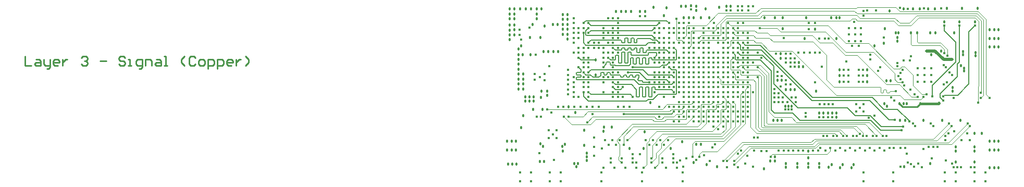
<source format=gbr>
G04 Layer_Physical_Order=3*
G04 Layer_Color=36540*
%FSLAX24Y24*%
%MOIN*%
%TF.FileFunction,Copper,L3,Inr,Signal*%
%TF.Part,Single*%
G01*
G75*
%TA.AperFunction,Conductor*%
%ADD41C,0.0200*%
%ADD42C,0.0100*%
%ADD44C,0.0060*%
%ADD48C,0.0150*%
%TA.AperFunction,NonConductor*%
%ADD53C,0.0100*%
%TA.AperFunction,ViaPad*%
%ADD57C,0.0180*%
%ADD58C,0.0170*%
%ADD59C,0.0160*%
%TA.AperFunction,TestPad*%
%ADD60C,0.0160*%
%TA.AperFunction,Conductor*%
%ADD65C,0.0040*%
%ADD66C,0.0064*%
%ADD67C,0.0045*%
D41*
X28346Y8189D02*
X28898D01*
X27795Y8740D02*
X28346Y8189D01*
X27244Y8740D02*
X27795D01*
D42*
X25512Y5354D02*
X25709Y5157D01*
X26673D01*
X26870Y5354D01*
D44*
X7362Y7795D02*
X8228D01*
X7323Y7835D02*
X7362Y7795D01*
X7047Y7835D02*
X7323D01*
X6297Y7045D02*
X6417Y7165D01*
X5748Y7205D02*
X5908Y7045D01*
X6297D01*
X4882Y6890D02*
X8543D01*
X4843Y6929D02*
X4882Y6890D01*
X9449Y7874D02*
X9488Y7913D01*
X9331Y7874D02*
X9449D01*
X9291Y7913D02*
X9331Y7874D01*
X10197Y7677D02*
X10352Y7832D01*
X8465Y7677D02*
X10197D01*
X9291Y7913D02*
Y8268D01*
X9055Y7874D02*
X9094Y7913D01*
X8937Y7874D02*
X9055D01*
X8898Y7913D02*
X8937Y7874D01*
X8661D02*
X8701Y7913D01*
X8543Y7874D02*
X8661D01*
X8504Y7913D02*
X8543Y7874D01*
X11260Y8189D02*
Y8780D01*
X11102Y8937D02*
X11260Y8780D01*
X9449Y5630D02*
X9764D01*
X9331Y5512D02*
X9449Y5630D01*
X5630Y5512D02*
X9331D01*
X5630D02*
Y5512D01*
X5315Y5827D02*
X5630Y5512D01*
X10079Y5945D02*
X11220D01*
X9764Y5630D02*
X10079Y5945D01*
X9882Y6299D02*
X9921Y6260D01*
X9882Y6299D02*
Y6378D01*
X9843Y6417D02*
X9882Y6378D01*
X9724Y6417D02*
X9843D01*
X9685Y6378D02*
X9724Y6417D01*
X9685Y5827D02*
Y6378D01*
X9646Y5787D02*
X9685Y5827D01*
X9528Y5787D02*
X9646D01*
X9488Y5827D02*
X9528Y5787D01*
X9488Y5827D02*
Y6378D01*
X9449Y6417D02*
X9488Y6378D01*
X9331Y6417D02*
X9449D01*
X9291Y6378D02*
X9331Y6417D01*
X9291Y5827D02*
Y6378D01*
X9252Y5787D02*
X9291Y5827D01*
X9134Y5787D02*
X9252D01*
X9094Y5827D02*
X9134Y5787D01*
X9094Y5827D02*
Y6378D01*
X9055Y6417D02*
X9094Y6378D01*
X8937Y6417D02*
X9055D01*
X8898Y6378D02*
X8937Y6417D01*
X8898Y5827D02*
Y6378D01*
X8858Y5787D02*
X8898Y5827D01*
X8740Y5787D02*
X8858D01*
X8701Y5827D02*
X8740Y5787D01*
X8701Y5827D02*
Y6260D01*
X9921D02*
X10945D01*
X10352Y7832D02*
X10627D01*
X10787Y7992D01*
X9843Y8307D02*
X10000Y8465D01*
Y8583D01*
X9961Y8622D02*
X10000Y8583D01*
X9488Y8622D02*
X9961D01*
X9449Y8583D02*
X9488Y8622D01*
X9449Y8504D02*
Y8583D01*
X9409Y8465D02*
X9449Y8504D01*
X8386Y8465D02*
X9409D01*
X8346Y8504D02*
X8386Y8465D01*
X9370Y8780D02*
X10630D01*
X9331Y8740D02*
X9370Y8780D01*
X9331Y8661D02*
Y8740D01*
X9291Y8622D02*
X9331Y8661D01*
X9173Y8622D02*
X9291D01*
X9134Y8661D02*
X9173Y8622D01*
X9134Y8661D02*
Y8898D01*
X9094Y8937D02*
X9134Y8898D01*
X8976Y8937D02*
X9094D01*
X8937Y8898D02*
X8976Y8937D01*
X8937Y8661D02*
Y8898D01*
X8898Y8622D02*
X8937Y8661D01*
X8780Y8622D02*
X8898D01*
X8740Y8661D02*
X8780Y8622D01*
X8740Y8661D02*
Y8898D01*
X8701Y8937D02*
X8740Y8898D01*
X8583Y8937D02*
X8701D01*
X8543Y8898D02*
X8583Y8937D01*
X8543Y8819D02*
Y8898D01*
X8504Y8780D02*
X8543Y8819D01*
X8386Y8780D02*
X8504D01*
X8346Y8819D02*
X8386Y8780D01*
X8346Y8819D02*
Y8898D01*
X8307Y8937D02*
X8346Y8898D01*
X8189Y8937D02*
X8307D01*
X8150Y8898D02*
X8189Y8937D01*
X8150Y8819D02*
Y8898D01*
X8110Y8780D02*
X8150Y8819D01*
X7992Y8780D02*
X8110D01*
X7953Y8819D02*
X7992Y8780D01*
X7953Y8819D02*
Y8898D01*
X7913Y8937D02*
X7953Y8898D01*
X7795Y8937D02*
X7913D01*
X7756Y8898D02*
X7795Y8937D01*
X7756Y8819D02*
Y8898D01*
X7717Y8780D02*
X7756Y8819D01*
X7362Y8780D02*
X7717D01*
X9724Y9409D02*
X10000D01*
X9606Y9528D02*
X9724Y9409D01*
X8780Y9528D02*
X9606D01*
X8740Y9488D02*
X8780Y9528D01*
X8740Y9488D02*
X8740D01*
X8740Y9291D02*
Y9488D01*
X8701Y9252D02*
X8740Y9291D01*
X8583Y9252D02*
X8701D01*
X8543Y9291D02*
X8583Y9252D01*
X8543Y9291D02*
Y9528D01*
X8504Y9567D02*
X8543Y9528D01*
X8386Y9567D02*
X8504D01*
X8346Y9528D02*
X8386Y9567D01*
X8346Y9291D02*
Y9528D01*
X8307Y9252D02*
X8346Y9291D01*
X8189Y9252D02*
X8307D01*
X8150Y9291D02*
X8189Y9252D01*
X8150Y9291D02*
Y9528D01*
X8110Y9567D02*
X8150Y9528D01*
X7992Y9567D02*
X8110D01*
X7953Y9528D02*
X7992Y9567D01*
X7953Y9291D02*
Y9528D01*
X7913Y9252D02*
X7953Y9291D01*
X7795Y9252D02*
X7913D01*
X7756Y9291D02*
X7795Y9252D01*
X7756Y9291D02*
Y9370D01*
X7717Y9409D02*
X7756Y9370D01*
X5787Y9409D02*
X7717D01*
X5787Y7520D02*
X9134D01*
X5630Y7362D02*
X5787Y7520D01*
X9134D02*
X9449Y7205D01*
X10787Y7677D02*
X10945Y7520D01*
X11220D01*
X11260Y7480D01*
Y5984D02*
Y7480D01*
X11220Y5945D02*
X11260Y5984D01*
X5315Y5827D02*
Y6102D01*
X10945Y6575D02*
X11102Y6732D01*
X8858Y6575D02*
X10945D01*
X5315Y7362D02*
X5472Y7205D01*
Y7205D02*
X5748D01*
X7205Y6732D02*
X7362Y6575D01*
X10945Y6260D02*
X11102Y6102D01*
X7205Y6417D02*
X7205D01*
X7362Y6260D01*
X10630Y6890D02*
X10787Y6732D01*
X8543Y6890D02*
X8858Y6575D01*
X8150Y7362D02*
X8898D01*
X9370Y6890D01*
X10630D01*
X5630Y6102D02*
X5630D01*
X5787Y5945D01*
X10945Y7205D02*
X11102Y7047D01*
X9449Y7205D02*
X10945D01*
X7205Y8937D02*
X7362Y8780D01*
X10630D02*
X10787Y8622D01*
X5630Y9252D02*
X5787Y9409D01*
X10000D02*
X10157Y9252D01*
X6890Y8307D02*
X7047Y8150D01*
Y8150D02*
Y8150D01*
Y8150D02*
X7323D01*
X7362Y8189D01*
Y8425D01*
X7402Y8465D01*
X7520D01*
X7559Y8425D01*
Y7992D02*
Y8425D01*
X8150Y7992D02*
Y8622D01*
X8189Y8661D01*
X8307D01*
X8346Y8622D01*
Y8504D02*
Y8622D01*
X5630Y9882D02*
X5787Y10039D01*
X9685D01*
X9843Y10197D01*
X5630Y10512D02*
X5787Y10354D01*
X10000D01*
X10157Y10512D01*
X5472Y10039D02*
X5630Y10197D01*
X5472Y9764D02*
Y10039D01*
Y9764D02*
X5512Y9724D01*
X9685D01*
X9843Y9567D01*
X5315Y10512D02*
X5472Y10669D01*
X10630D01*
X10787Y10512D01*
X5315Y9252D02*
Y9882D01*
Y9252D02*
X5472Y9094D01*
X9291D01*
X9449Y9252D01*
X9843D01*
X5787Y5945D02*
X8307D01*
X8465Y5787D01*
X7362Y6575D02*
X8386D01*
X8701Y6260D01*
X11220Y8150D02*
X11260Y8189D01*
X11260D01*
X9724Y8150D02*
X11220D01*
X8307Y7874D02*
Y8268D01*
X8346Y8307D01*
X8465D01*
X8504Y8268D01*
Y7913D02*
Y8268D01*
X8701Y7913D02*
Y8268D01*
X8740Y8307D01*
X8858D01*
X8898Y8268D01*
Y7913D02*
Y8268D01*
X9094Y7913D02*
Y8268D01*
X9134Y8307D01*
X9252D01*
X9291Y8268D01*
X9488Y7913D02*
Y8268D01*
X9528Y8307D01*
X9646D01*
X9685Y8268D01*
Y8189D02*
Y8268D01*
Y8189D02*
X9724Y8150D01*
X7559Y7992D02*
X7598Y7953D01*
X7717D01*
X7756Y7992D01*
X7756D01*
Y8622D01*
X7795Y8661D01*
X7913D01*
X7953Y8622D01*
Y7992D02*
Y8622D01*
Y7992D02*
X7992Y7953D01*
X8110D01*
X8150Y7992D01*
X8228Y7795D02*
X8307Y7874D01*
X6575Y7677D02*
X6772Y7874D01*
Y7992D01*
X6811Y8031D01*
X6969D01*
X7008Y7992D01*
Y7874D02*
Y7992D01*
Y7874D02*
X7047Y7835D01*
X7362Y6260D02*
X7677D01*
X7835Y6417D01*
X6417Y7165D02*
Y7323D01*
X6457Y7362D01*
X6575D01*
X6614Y7323D01*
Y7244D02*
Y7323D01*
Y7244D02*
X6654Y7205D01*
X6772D01*
X6811Y7244D01*
Y7323D01*
X6850Y7362D01*
X6969D01*
X7008Y7323D01*
Y7244D02*
Y7323D01*
Y7244D02*
X7047Y7205D01*
X7638D01*
X7677Y7165D01*
Y7087D02*
Y7165D01*
Y7087D02*
X7717Y7047D01*
X7835D01*
X7874Y7087D01*
Y7165D01*
X7913Y7205D01*
X8031D01*
X8071Y7165D01*
Y7087D02*
Y7165D01*
Y7087D02*
X8110Y7047D01*
X8228D01*
X8268Y7087D01*
X8268D01*
Y7165D01*
X8307Y7205D01*
X8425D01*
X8465Y7165D01*
Y7087D02*
Y7165D01*
Y7087D02*
X8504Y7047D01*
X9134Y6732D02*
X9528D01*
X8504Y7047D02*
X8622D01*
X8661Y7087D01*
Y7165D01*
X8701Y7205D01*
X8819D01*
X8858Y7165D01*
Y7008D02*
Y7165D01*
X8780Y6929D02*
X8858Y7008D01*
X8780Y6890D02*
Y6929D01*
Y6890D02*
X8858Y6811D01*
X9055D01*
X9134Y6732D01*
X5000Y7677D02*
X5157Y7520D01*
Y7402D02*
Y7520D01*
X5118Y7362D02*
X5157Y7402D01*
X4882Y7362D02*
X5118D01*
X4843Y7323D02*
X4882Y7362D01*
X4843Y7244D02*
Y7323D01*
Y7244D02*
X4882Y7205D01*
X5118D01*
X5157Y7165D01*
Y7087D02*
Y7165D01*
X5118Y7047D02*
X5157Y7087D01*
X4882Y7047D02*
X5118D01*
X4843Y7008D02*
X4882Y7047D01*
X4843Y6929D02*
Y7008D01*
D48*
X28031Y5354D02*
X28071Y5394D01*
X26870Y5354D02*
X28031D01*
D53*
X-30400Y8400D02*
Y7800D01*
X-30000D01*
X-29700Y8200D02*
X-29500D01*
X-29400Y8100D01*
Y7800D01*
X-29700D01*
X-29800Y7900D01*
X-29700Y8000D01*
X-29400D01*
X-29200Y8200D02*
Y7900D01*
X-29100Y7800D01*
X-28801D01*
Y7700D01*
X-28900Y7600D01*
X-29000D01*
X-28801Y7800D02*
Y8200D01*
X-28301Y7800D02*
X-28501D01*
X-28601Y7900D01*
Y8100D01*
X-28501Y8200D01*
X-28301D01*
X-28201Y8100D01*
Y8000D01*
X-28601D01*
X-28001Y8200D02*
Y7800D01*
Y8000D01*
X-27901Y8100D01*
X-27801Y8200D01*
X-27701D01*
X-26801Y8300D02*
X-26701Y8400D01*
X-26501D01*
X-26401Y8300D01*
Y8200D01*
X-26501Y8100D01*
X-26601D01*
X-26501D01*
X-26401Y8000D01*
Y7900D01*
X-26501Y7800D01*
X-26701D01*
X-26801Y7900D01*
X-25602Y8100D02*
X-25202D01*
X-24002Y8300D02*
X-24102Y8400D01*
X-24302D01*
X-24402Y8300D01*
Y8200D01*
X-24302Y8100D01*
X-24102D01*
X-24002Y8000D01*
Y7900D01*
X-24102Y7800D01*
X-24302D01*
X-24402Y7900D01*
X-23802Y7800D02*
X-23602D01*
X-23702D01*
Y8200D01*
X-23802D01*
X-23102Y7600D02*
X-23002D01*
X-22902Y7700D01*
Y8200D01*
X-23202D01*
X-23302Y8100D01*
Y7900D01*
X-23202Y7800D01*
X-22902D01*
X-22702D02*
Y8200D01*
X-22403D01*
X-22303Y8100D01*
Y7800D01*
X-22003Y8200D02*
X-21803D01*
X-21703Y8100D01*
Y7800D01*
X-22003D01*
X-22103Y7900D01*
X-22003Y8000D01*
X-21703D01*
X-21503Y7800D02*
X-21303D01*
X-21403D01*
Y8400D01*
X-21503D01*
X-20203Y7800D02*
X-20403Y8000D01*
Y8200D01*
X-20203Y8400D01*
X-19504Y8300D02*
X-19603Y8400D01*
X-19803D01*
X-19903Y8300D01*
Y7900D01*
X-19803Y7800D01*
X-19603D01*
X-19504Y7900D01*
X-19204Y7800D02*
X-19004D01*
X-18904Y7900D01*
Y8100D01*
X-19004Y8200D01*
X-19204D01*
X-19304Y8100D01*
Y7900D01*
X-19204Y7800D01*
X-18704Y7600D02*
Y8200D01*
X-18404D01*
X-18304Y8100D01*
Y7900D01*
X-18404Y7800D01*
X-18704D01*
X-18104Y7600D02*
Y8200D01*
X-17804D01*
X-17704Y8100D01*
Y7900D01*
X-17804Y7800D01*
X-18104D01*
X-17204D02*
X-17404D01*
X-17504Y7900D01*
Y8100D01*
X-17404Y8200D01*
X-17204D01*
X-17104Y8100D01*
Y8000D01*
X-17504D01*
X-16904Y8200D02*
Y7800D01*
Y8000D01*
X-16804Y8100D01*
X-16704Y8200D01*
X-16604D01*
X-16305Y7800D02*
X-16105Y8000D01*
Y8200D01*
X-16305Y8400D01*
D57*
X19685Y1535D02*
D03*
X20394Y1299D02*
D03*
X19685D02*
D03*
X18976D02*
D03*
X18268D02*
D03*
X16850Y1181D02*
D03*
X11563Y11575D02*
D03*
X24882Y11299D02*
D03*
X14449Y11575D02*
D03*
X14724D02*
D03*
X11850D02*
D03*
X12520D02*
D03*
Y11339D02*
D03*
X12205Y11614D02*
D03*
X29370Y10600D02*
D03*
X29587Y8701D02*
D03*
X29646Y7441D02*
D03*
X30394Y8628D02*
D03*
X19685Y2323D02*
D03*
X17717Y4291D02*
D03*
X17441D02*
D03*
X2598Y5748D02*
D03*
X2126Y5512D02*
D03*
Y5787D02*
D03*
X1575D02*
D03*
Y5512D02*
D03*
X1850D02*
D03*
X31299Y9528D02*
D03*
Y8976D02*
D03*
X31575Y10079D02*
D03*
X31299D02*
D03*
X31575Y8976D02*
D03*
Y9528D02*
D03*
X31850D02*
D03*
Y8976D02*
D03*
Y10079D02*
D03*
Y2953D02*
D03*
Y1260D02*
D03*
Y2402D02*
D03*
X31575D02*
D03*
Y1260D02*
D03*
X31299Y2953D02*
D03*
X31575D02*
D03*
X31299Y1260D02*
D03*
Y2402D02*
D03*
X433D02*
D03*
Y2953D02*
D03*
X474Y1500D02*
D03*
X750D02*
D03*
X984Y2953D02*
D03*
X709Y2402D02*
D03*
X984D02*
D03*
X709Y2953D02*
D03*
X1026Y1500D02*
D03*
X20197Y6142D02*
D03*
X18819Y6260D02*
D03*
X18543D02*
D03*
X18268D02*
D03*
X17717Y6850D02*
D03*
X17992D02*
D03*
X17913Y8268D02*
D03*
Y8543D02*
D03*
X18622Y5197D02*
D03*
X18425D02*
D03*
X18228D02*
D03*
X23465Y7165D02*
D03*
Y6772D02*
D03*
Y7520D02*
D03*
X21693D02*
D03*
Y7165D02*
D03*
Y6772D02*
D03*
X24606Y10157D02*
D03*
X16890Y10866D02*
D03*
X1457Y7244D02*
D03*
Y6929D02*
D03*
Y6614D02*
D03*
Y6299D02*
D03*
X1142D02*
D03*
Y6614D02*
D03*
Y6929D02*
D03*
Y7244D02*
D03*
Y7559D02*
D03*
Y7874D02*
D03*
Y8189D02*
D03*
Y8504D02*
D03*
X3386Y8701D02*
D03*
X3071D02*
D03*
X1417Y8504D02*
D03*
X591Y10787D02*
D03*
Y11102D02*
D03*
Y11417D02*
D03*
Y9449D02*
D03*
Y9764D02*
D03*
Y10065D02*
D03*
Y10394D02*
D03*
X2047Y10433D02*
D03*
X1260Y11417D02*
D03*
X1614D02*
D03*
X1969D02*
D03*
X2638D02*
D03*
X2323D02*
D03*
Y11102D02*
D03*
Y10787D02*
D03*
X906Y11417D02*
D03*
Y11102D02*
D03*
Y10787D02*
D03*
X4291Y9488D02*
D03*
X3976Y11063D02*
D03*
X9252Y11260D02*
D03*
X21496Y4488D02*
D03*
Y4764D02*
D03*
X21220D02*
D03*
X25886Y4291D02*
D03*
X20394Y1535D02*
D03*
X18976D02*
D03*
X18268D02*
D03*
X19685Y1890D02*
D03*
X17559Y1969D02*
D03*
Y1693D02*
D03*
X17244D02*
D03*
X20984Y1299D02*
D03*
X8268Y2486D02*
D03*
X25827Y1339D02*
D03*
X27480Y1535D02*
D03*
X25512Y5354D02*
D03*
X25787Y11417D02*
D03*
X26378D02*
D03*
X27362D02*
D03*
X30354Y10600D02*
D03*
X19449Y9528D02*
D03*
X25394Y9606D02*
D03*
Y9370D02*
D03*
X29449Y7795D02*
D03*
X13110Y11417D02*
D03*
X12835Y2756D02*
D03*
X13858Y1339D02*
D03*
X13189Y1457D02*
D03*
X6575Y3589D02*
D03*
X9213Y3543D02*
D03*
X10906Y2480D02*
D03*
X9173D02*
D03*
X12520Y2756D02*
D03*
X11614Y2913D02*
D03*
X12362Y1575D02*
D03*
X20118Y10118D02*
D03*
X6614Y3858D02*
D03*
X7126D02*
D03*
X5354Y2677D02*
D03*
X1339Y3819D02*
D03*
X2520Y1654D02*
D03*
X2795D02*
D03*
X1929Y8504D02*
D03*
X1850Y5787D02*
D03*
X2638Y6142D02*
D03*
X9606Y5433D02*
D03*
X6102Y7205D02*
D03*
X4843Y1339D02*
D03*
X4961Y1535D02*
D03*
X4724D02*
D03*
X5512Y1732D02*
D03*
Y1969D02*
D03*
Y2205D02*
D03*
X2717Y2638D02*
D03*
X2559Y2795D02*
D03*
X4118Y2772D02*
D03*
X3971Y2632D02*
D03*
X3976Y2323D02*
D03*
X2992Y6142D02*
D03*
Y5906D02*
D03*
X6102Y8150D02*
D03*
X5354Y3661D02*
D03*
X4803Y4803D02*
D03*
X2677Y5000D02*
D03*
X2087D02*
D03*
X1457Y4606D02*
D03*
X4370Y5157D02*
D03*
X9803Y11535D02*
D03*
X10630Y11496D02*
D03*
X2756Y8701D02*
D03*
X1339Y9055D02*
D03*
X2559Y9606D02*
D03*
X906Y10394D02*
D03*
Y10079D02*
D03*
Y9764D02*
D03*
X1890Y9606D02*
D03*
X1142Y8858D02*
D03*
X3346Y10433D02*
D03*
X3661D02*
D03*
X3976D02*
D03*
Y10748D02*
D03*
Y10118D02*
D03*
X2835Y10315D02*
D03*
X12047Y10866D02*
D03*
X12362D02*
D03*
X11732D02*
D03*
X12835D02*
D03*
X13982Y11530D02*
D03*
X27559Y8504D02*
D03*
X27244Y8740D02*
D03*
X28189D02*
D03*
X26654Y9882D02*
D03*
X26260D02*
D03*
X28898Y8189D02*
D03*
X29587Y8504D02*
D03*
X29646Y7638D02*
D03*
X27067Y4291D02*
D03*
X28248D02*
D03*
X29429D02*
D03*
X25551D02*
D03*
X28937Y6378D02*
D03*
Y6142D02*
D03*
X26870Y5354D02*
D03*
X25472Y9882D02*
D03*
X27480Y9882D02*
D03*
X27835Y9882D02*
D03*
X29016D02*
D03*
X30394Y8425D02*
D03*
X28071Y5394D02*
D03*
X24528Y9213D02*
D03*
X25276Y9882D02*
D03*
X28543Y11457D02*
D03*
X29528D02*
D03*
X30512D02*
D03*
X28386Y10600D02*
D03*
X27795Y11417D02*
D03*
X17559Y10866D02*
D03*
X18071D02*
D03*
X19567D02*
D03*
X21142D02*
D03*
X26811Y11417D02*
D03*
X30315Y3465D02*
D03*
X30787D02*
D03*
X30325Y1614D02*
D03*
X30315Y2323D02*
D03*
X29134Y2598D02*
D03*
X30315D02*
D03*
X29134Y2323D02*
D03*
X29124Y1614D02*
D03*
X22441Y1260D02*
D03*
X21732D02*
D03*
X21890Y1457D02*
D03*
X22598D02*
D03*
X21181D02*
D03*
X21496Y9528D02*
D03*
X25787Y5348D02*
D03*
X25984D02*
D03*
X23937Y9055D02*
D03*
X24567Y5354D02*
D03*
X20945Y4764D02*
D03*
X20669D02*
D03*
X20394D02*
D03*
X8346Y11260D02*
D03*
X8031D02*
D03*
X7717D02*
D03*
X7402D02*
D03*
X3976Y9803D02*
D03*
X4291D02*
D03*
Y10118D02*
D03*
Y10433D02*
D03*
Y10748D02*
D03*
Y11063D02*
D03*
X8937Y11260D02*
D03*
X21693Y10866D02*
D03*
X21496D02*
D03*
X13346D02*
D03*
X18071Y10157D02*
D03*
X24961Y6811D02*
D03*
X24685D02*
D03*
X24724Y5197D02*
D03*
X3701Y8701D02*
D03*
X10472Y10984D02*
D03*
X19094Y7992D02*
D03*
Y7717D02*
D03*
X19370D02*
D03*
X17992Y4291D02*
D03*
D58*
X3600Y3150D02*
D03*
Y3650D02*
D03*
X3100D02*
D03*
Y3150D02*
D03*
X3600Y3150D02*
D03*
Y3650D02*
D03*
X3100D02*
D03*
Y3150D02*
D03*
X31024Y394D02*
D03*
X30315D02*
D03*
X29134D02*
D03*
X28425D02*
D03*
X25118D02*
D03*
X23228D02*
D03*
X1260D02*
D03*
X1969D02*
D03*
X3150D02*
D03*
X3858D02*
D03*
X6457D02*
D03*
X9055D02*
D03*
X11654D02*
D03*
X16142Y11575D02*
D03*
X15197D02*
D03*
X15472D02*
D03*
Y11339D02*
D03*
X15197D02*
D03*
X14724D02*
D03*
X14449D02*
D03*
X15866Y11575D02*
D03*
Y11339D02*
D03*
X9843Y6102D02*
D03*
X25197Y5551D02*
D03*
X25000Y5748D02*
D03*
X28189Y11457D02*
D03*
X27087D02*
D03*
X25551Y11496D02*
D03*
X5906Y5157D02*
D03*
X5512D02*
D03*
X5118D02*
D03*
X4724D02*
D03*
X8268D02*
D03*
X7874D02*
D03*
X7520D02*
D03*
X26693Y7638D02*
D03*
Y7205D02*
D03*
Y6772D02*
D03*
X27126D02*
D03*
Y7638D02*
D03*
X27559D02*
D03*
Y7205D02*
D03*
Y6772D02*
D03*
X27126Y7205D02*
D03*
X22992Y5079D02*
D03*
X22756Y5315D02*
D03*
Y4843D02*
D03*
X23228D02*
D03*
Y5315D02*
D03*
X22283Y9370D02*
D03*
Y10197D02*
D03*
Y9803D02*
D03*
X22677D02*
D03*
X23071D02*
D03*
Y9370D02*
D03*
X22677D02*
D03*
X23071Y10197D02*
D03*
X22677D02*
D03*
X2205Y6890D02*
D03*
Y7244D02*
D03*
X2835Y6850D02*
D03*
Y7244D02*
D03*
X2520Y7047D02*
D03*
X5984Y2008D02*
D03*
Y2598D02*
D03*
Y3189D02*
D03*
Y9252D02*
D03*
X6299D02*
D03*
X21220Y4488D02*
D03*
X20945D02*
D03*
X20669D02*
D03*
X20394D02*
D03*
X11732Y6102D02*
D03*
X11417D02*
D03*
X11102Y8628D02*
D03*
X18543Y6575D02*
D03*
X17717Y7402D02*
D03*
X17992Y7126D02*
D03*
X17717D02*
D03*
X18268Y6850D02*
D03*
Y6575D02*
D03*
X17638Y8543D02*
D03*
X17913Y6457D02*
D03*
X18622Y5000D02*
D03*
X18425D02*
D03*
X18228D02*
D03*
X18898Y5472D02*
D03*
Y5748D02*
D03*
X18622D02*
D03*
X18346Y5472D02*
D03*
X18071Y5748D02*
D03*
Y5472D02*
D03*
X17795D02*
D03*
Y5748D02*
D03*
Y6024D02*
D03*
X17520Y5472D02*
D03*
Y5748D02*
D03*
Y6024D02*
D03*
Y6299D02*
D03*
X23189Y6772D02*
D03*
X22913D02*
D03*
Y7520D02*
D03*
X23189D02*
D03*
Y7165D02*
D03*
X22913D02*
D03*
X22244Y7520D02*
D03*
X21969D02*
D03*
Y6772D02*
D03*
X22244Y7165D02*
D03*
X21969D02*
D03*
X22244Y6772D02*
D03*
X2480Y2205D02*
D03*
X1220Y9764D02*
D03*
Y10079D02*
D03*
X1850Y10236D02*
D03*
X8937Y10945D02*
D03*
X9252D02*
D03*
X12205Y11378D02*
D03*
X21260Y5315D02*
D03*
X20433D02*
D03*
X20709D02*
D03*
X20984D02*
D03*
X15512Y7362D02*
D03*
X23228Y945D02*
D03*
X25118D02*
D03*
X14567Y6102D02*
D03*
X14882D02*
D03*
X12992D02*
D03*
X11654Y945D02*
D03*
X9055D02*
D03*
X6457D02*
D03*
X3150D02*
D03*
X1969D02*
D03*
X1260D02*
D03*
X3110Y7756D02*
D03*
X5984Y8937D02*
D03*
X5000Y5787D02*
D03*
X6299Y8937D02*
D03*
X5630Y6417D02*
D03*
X6575Y7677D02*
D03*
X5630Y6732D02*
D03*
X6575D02*
D03*
Y7047D02*
D03*
X6890Y7047D02*
D03*
X5630Y7677D02*
D03*
X7205Y5787D02*
D03*
Y6102D02*
D03*
X5315Y7677D02*
D03*
Y7992D02*
D03*
X7520Y7362D02*
D03*
X7205D02*
D03*
X10472Y7677D02*
D03*
Y7362D02*
D03*
X6575Y7992D02*
D03*
Y8307D02*
D03*
X10472Y6417D02*
D03*
X11417Y9567D02*
D03*
Y9882D02*
D03*
X12047Y7362D02*
D03*
X11732D02*
D03*
X12992Y5787D02*
D03*
Y5472D02*
D03*
X12362Y5787D02*
D03*
X14567Y7047D02*
D03*
X12992Y6417D02*
D03*
X13307Y7047D02*
D03*
X13937Y6102D02*
D03*
Y6732D02*
D03*
X13622Y6417D02*
D03*
X13937Y7362D02*
D03*
X13622Y7677D02*
D03*
X10472Y9567D02*
D03*
Y10197D02*
D03*
X12677Y4528D02*
D03*
X13307Y5157D02*
D03*
X13937D02*
D03*
X14882Y4843D02*
D03*
X15512Y5787D02*
D03*
X15827Y7362D02*
D03*
X15197Y7992D02*
D03*
X15827Y4528D02*
D03*
Y9567D02*
D03*
X14567Y9252D02*
D03*
Y9882D02*
D03*
X14252Y8307D02*
D03*
X13622D02*
D03*
X13307Y8622D02*
D03*
X12047Y7677D02*
D03*
X12362Y8307D02*
D03*
Y8622D02*
D03*
X12992Y8307D02*
D03*
X11732D02*
D03*
Y7047D02*
D03*
X12047Y9252D02*
D03*
Y9567D02*
D03*
X11732Y10197D02*
D03*
X10787Y6417D02*
D03*
X12362Y4843D02*
D03*
X14567Y7362D02*
D03*
X12992Y6732D02*
D03*
X13937Y6417D02*
D03*
X13622Y6102D02*
D03*
Y6732D02*
D03*
Y7047D02*
D03*
Y7362D02*
D03*
X13937Y7677D02*
D03*
X3425Y1772D02*
D03*
X3858Y945D02*
D03*
X3350Y3400D02*
D03*
X10472Y8622D02*
D03*
X10787Y9567D02*
D03*
X10157Y10197D02*
D03*
X12677Y4843D02*
D03*
X13307D02*
D03*
X13937Y5472D02*
D03*
X14882Y5157D02*
D03*
X15512Y7992D02*
D03*
X15827Y4843D02*
D03*
Y9252D02*
D03*
X14882D02*
D03*
X14252Y9882D02*
D03*
X13937Y8307D02*
D03*
X13622Y8622D02*
D03*
X13307Y8937D02*
D03*
X12047Y8622D02*
D03*
X12992D02*
D03*
X12677Y8307D02*
D03*
X11732Y8622D02*
D03*
X12362Y9567D02*
D03*
Y9252D02*
D03*
X12047Y10197D02*
D03*
Y5472D02*
D03*
X12677Y6732D02*
D03*
X12362D02*
D03*
X12047D02*
D03*
Y4843D02*
D03*
X11732Y5472D02*
D03*
X12362Y7362D02*
D03*
X11732Y6732D02*
D03*
X11102Y7992D02*
D03*
X11732Y7992D02*
D03*
X12047D02*
D03*
X12362Y6102D02*
D03*
X12047D02*
D03*
Y5787D02*
D03*
X11102Y7677D02*
D03*
X11732Y7677D02*
D03*
X5000Y8307D02*
D03*
X5315D02*
D03*
X4685Y10827D02*
D03*
Y10512D02*
D03*
Y10197D02*
D03*
Y9882D02*
D03*
X5315Y10197D02*
D03*
X5000D02*
D03*
X4685Y9567D02*
D03*
Y9252D02*
D03*
Y8622D02*
D03*
X5000D02*
D03*
X4685Y7047D02*
D03*
Y6732D02*
D03*
Y6417D02*
D03*
Y6102D02*
D03*
Y5787D02*
D03*
X7205Y10827D02*
D03*
X7520D02*
D03*
Y10512D02*
D03*
Y10197D02*
D03*
Y9882D02*
D03*
Y9567D02*
D03*
X7205Y9882D02*
D03*
Y9567D02*
D03*
X6890Y8622D02*
D03*
X7205D02*
D03*
Y8307D02*
D03*
Y7992D02*
D03*
X7520Y6732D02*
D03*
Y6417D02*
D03*
Y6102D02*
D03*
Y5787D02*
D03*
X7205Y7677D02*
D03*
X5630Y7362D02*
D03*
Y5787D02*
D03*
Y7992D02*
D03*
X7205Y6732D02*
D03*
Y6417D02*
D03*
X5630Y6102D02*
D03*
X6575D02*
D03*
X5630Y7047D02*
D03*
X11102Y8307D02*
D03*
X10157Y8622D02*
D03*
X10787Y9882D02*
D03*
X7205Y7047D02*
D03*
X4016Y5157D02*
D03*
X6299D02*
D03*
X2244Y8504D02*
D03*
X12677Y7992D02*
D03*
X13307Y8307D02*
D03*
Y9252D02*
D03*
X25394Y7953D02*
D03*
Y7756D02*
D03*
X31024Y945D02*
D03*
X30315D02*
D03*
X29134D02*
D03*
X28425D02*
D03*
X25984Y2165D02*
D03*
X15512Y5472D02*
D03*
X13307Y6102D02*
D03*
X18268Y8543D02*
D03*
X18543D02*
D03*
X18268Y8268D02*
D03*
X18543D02*
D03*
X18819D02*
D03*
Y7992D02*
D03*
X18543D02*
D03*
X18268D02*
D03*
X18543Y7717D02*
D03*
X18819D02*
D03*
D59*
X24528Y9606D02*
D03*
X16220Y3189D02*
D03*
X16457D02*
D03*
X20000Y2362D02*
D03*
X18425D02*
D03*
X19055D02*
D03*
X16693Y2323D02*
D03*
X19370Y2362D02*
D03*
X18740D02*
D03*
X18110D02*
D03*
X17795D02*
D03*
X17008Y2323D02*
D03*
X16220Y2362D02*
D03*
X14961Y1693D02*
D03*
Y1457D02*
D03*
X25591Y2520D02*
D03*
X25906D02*
D03*
X25157D02*
D03*
X24882D02*
D03*
X24252D02*
D03*
X23622D02*
D03*
X22992D02*
D03*
X22362D02*
D03*
X21732D02*
D03*
X21102D02*
D03*
X20472D02*
D03*
X27953Y2598D02*
D03*
X27402D02*
D03*
X27677D02*
D03*
X26378Y4094D02*
D03*
X26142Y4213D02*
D03*
X23819Y3307D02*
D03*
X23307Y2362D02*
D03*
X23425Y3307D02*
D03*
X22992Y3425D02*
D03*
X20669Y3307D02*
D03*
X21299D02*
D03*
X20906D02*
D03*
X21929D02*
D03*
X21535D02*
D03*
X22559D02*
D03*
X22165D02*
D03*
X23189D02*
D03*
X22795D02*
D03*
X24449D02*
D03*
X24055D02*
D03*
X24685D02*
D03*
X20787Y2362D02*
D03*
X13032Y2047D02*
D03*
X12717Y1969D02*
D03*
X12520Y1772D02*
D03*
X9843Y9882D02*
D03*
X11732Y5787D02*
D03*
X19528Y4764D02*
D03*
Y4528D02*
D03*
X11102Y9252D02*
D03*
X22480Y9055D02*
D03*
X22913D02*
D03*
X22126Y8071D02*
D03*
X23228Y10984D02*
D03*
Y11299D02*
D03*
X22638Y10591D02*
D03*
X24016Y11339D02*
D03*
X26063Y11417D02*
D03*
X19409Y8622D02*
D03*
X19803D02*
D03*
X20118D02*
D03*
X20433D02*
D03*
X19055D02*
D03*
X17283Y1969D02*
D03*
X25669Y3661D02*
D03*
X28661Y3465D02*
D03*
X16457Y8622D02*
D03*
X15512Y8937D02*
D03*
X15827D02*
D03*
X14567Y8307D02*
D03*
X14882Y7992D02*
D03*
X15197Y2165D02*
D03*
X15787Y2008D02*
D03*
X24567Y2362D02*
D03*
X14567Y7992D02*
D03*
X14882Y8307D02*
D03*
Y7677D02*
D03*
X15197Y8307D02*
D03*
X15512D02*
D03*
X15827D02*
D03*
X15197Y7677D02*
D03*
X23937Y2362D02*
D03*
X16457Y7677D02*
D03*
X16142Y7992D02*
D03*
X16457Y7047D02*
D03*
X14252Y7992D02*
D03*
X15827Y7677D02*
D03*
Y7992D02*
D03*
X15512Y7677D02*
D03*
X13937Y8622D02*
D03*
X14567Y7677D02*
D03*
X15197Y7362D02*
D03*
X13937Y7992D02*
D03*
X14252Y7677D02*
D03*
X22047Y2362D02*
D03*
X15827Y7047D02*
D03*
X14882Y7362D02*
D03*
Y7047D02*
D03*
X27047Y2441D02*
D03*
X15827Y8622D02*
D03*
X14882D02*
D03*
X15197D02*
D03*
X14567D02*
D03*
X15197Y9252D02*
D03*
X15512D02*
D03*
Y8622D02*
D03*
X26457Y1339D02*
D03*
X26732Y1535D02*
D03*
X26969Y1299D02*
D03*
X27598Y1850D02*
D03*
X27520Y4094D02*
D03*
X28465Y3031D02*
D03*
Y3307D02*
D03*
X28504Y1732D02*
D03*
X31299Y5709D02*
D03*
X30709Y6063D02*
D03*
Y5709D02*
D03*
X11732Y9567D02*
D03*
X12047Y8937D02*
D03*
X12677Y9567D02*
D03*
Y9252D02*
D03*
X29843Y3465D02*
D03*
X30039Y3937D02*
D03*
X29488Y3031D02*
D03*
X29882Y4094D02*
D03*
X29016Y3583D02*
D03*
X13937Y9567D02*
D03*
Y10197D02*
D03*
X14252D02*
D03*
X14567Y10512D02*
D03*
X30039Y3031D02*
D03*
X20748Y9528D02*
D03*
X15197Y9882D02*
D03*
Y9567D02*
D03*
X14567Y10197D02*
D03*
X13622Y9882D02*
D03*
Y10197D02*
D03*
X14252Y9567D02*
D03*
X14882Y8937D02*
D03*
X15197D02*
D03*
X15827Y9882D02*
D03*
X18110Y9567D02*
D03*
X14882D02*
D03*
X20394Y9528D02*
D03*
X14567Y9567D02*
D03*
X13937Y9882D02*
D03*
X12047D02*
D03*
X13543Y2559D02*
D03*
X13740Y2756D02*
D03*
X14488Y1693D02*
D03*
Y1299D02*
D03*
X14252Y1693D02*
D03*
X13386D02*
D03*
X15827Y5157D02*
D03*
X15512D02*
D03*
X15827Y6102D02*
D03*
Y6417D02*
D03*
X15512Y6102D02*
D03*
X15197Y6417D02*
D03*
X14567Y5157D02*
D03*
X11693Y1339D02*
D03*
X11496Y1732D02*
D03*
X11890Y1850D02*
D03*
X15512Y4213D02*
D03*
X15197D02*
D03*
X15512Y4843D02*
D03*
Y4528D02*
D03*
X15197D02*
D03*
Y4843D02*
D03*
X14567Y4528D02*
D03*
Y4843D02*
D03*
X14882Y5787D02*
D03*
X14252Y4843D02*
D03*
Y4528D02*
D03*
X13937Y3740D02*
D03*
X13622Y5157D02*
D03*
Y3898D02*
D03*
Y4213D02*
D03*
X12992Y4843D02*
D03*
X12992Y5157D02*
D03*
X8937Y2126D02*
D03*
X12992Y4213D02*
D03*
X13307Y4528D02*
D03*
X12992D02*
D03*
X12362D02*
D03*
X12047D02*
D03*
X12677Y5472D02*
D03*
X11417Y4843D02*
D03*
Y4528D02*
D03*
X12362Y5157D02*
D03*
X7874Y2717D02*
D03*
X7402D02*
D03*
X6929D02*
D03*
X8110Y3031D02*
D03*
X7638D02*
D03*
X7165D02*
D03*
X6693D02*
D03*
X14252Y5472D02*
D03*
X13937Y5787D02*
D03*
Y4843D02*
D03*
X13622D02*
D03*
Y5472D02*
D03*
X16575Y10197D02*
D03*
X25276Y6142D02*
D03*
X14567Y8937D02*
D03*
X19724Y10118D02*
D03*
X20118Y10512D02*
D03*
X19724D02*
D03*
X14252Y6102D02*
D03*
X13622Y4528D02*
D03*
Y5787D02*
D03*
X13307D02*
D03*
X12677D02*
D03*
X8465Y2126D02*
D03*
X8701Y1575D02*
D03*
X11417Y5472D02*
D03*
X11102Y5157D02*
D03*
X9173Y1260D02*
D03*
X9882D02*
D03*
X9646Y1575D02*
D03*
Y1850D02*
D03*
X10354Y1575D02*
D03*
Y1850D02*
D03*
X10591Y1260D02*
D03*
X11063Y1850D02*
D03*
Y1575D02*
D03*
X11299Y1260D02*
D03*
X8701D02*
D03*
X8465Y1575D02*
D03*
Y1850D02*
D03*
X7992Y1260D02*
D03*
X7756Y1850D02*
D03*
Y1575D02*
D03*
X7047Y1850D02*
D03*
Y1575D02*
D03*
X7283Y1260D02*
D03*
X6575D02*
D03*
X10787Y5157D02*
D03*
X10157Y4528D02*
D03*
X11102Y4213D02*
D03*
X11417Y5157D02*
D03*
X13307Y6417D02*
D03*
X15197Y10512D02*
D03*
X13307Y10197D02*
D03*
X10157Y5157D02*
D03*
X4331Y7520D02*
D03*
Y7205D02*
D03*
Y6890D02*
D03*
Y6575D02*
D03*
Y6260D02*
D03*
Y5945D02*
D03*
X11102Y10197D02*
D03*
X6575Y9567D02*
D03*
X5315Y6732D02*
D03*
X10787Y7362D02*
D03*
Y7047D02*
D03*
X10472D02*
D03*
X10157Y6417D02*
D03*
X10787Y7677D02*
D03*
X11102Y6732D02*
D03*
X8465Y7677D02*
D03*
X5315Y6102D02*
D03*
X10787Y7992D02*
D03*
X10157Y7362D02*
D03*
X9843Y7047D02*
D03*
X5315Y6417D02*
D03*
X11102Y7362D02*
D03*
X5315Y7047D02*
D03*
X11417Y6417D02*
D03*
X8465Y5787D02*
D03*
X10472D02*
D03*
X11102D02*
D03*
X9843Y6732D02*
D03*
X10157D02*
D03*
X13307Y5472D02*
D03*
X15512Y6732D02*
D03*
X12047Y8307D02*
D03*
X12362Y8937D02*
D03*
X11732D02*
D03*
X15669Y1535D02*
D03*
X16142Y1339D02*
D03*
X15197Y1299D02*
D03*
X12992Y8937D02*
D03*
X12677Y6417D02*
D03*
X12362D02*
D03*
X12677Y6102D02*
D03*
X12047Y6417D02*
D03*
X12362Y7677D02*
D03*
X12677Y7362D02*
D03*
X11732Y6417D02*
D03*
X5000Y9882D02*
D03*
Y9567D02*
D03*
X7205Y9252D02*
D03*
X7520Y8937D02*
D03*
Y8622D02*
D03*
X10472Y6732D02*
D03*
X11102Y7047D02*
D03*
X10157D02*
D03*
X10787Y9252D02*
D03*
X7835Y5787D02*
D03*
X11102Y6417D02*
D03*
X5315Y7362D02*
D03*
X5000Y7677D02*
D03*
X9528Y6732D02*
D03*
X11102Y6102D02*
D03*
X10787Y6732D02*
D03*
X8150Y7362D02*
D03*
X10787Y8307D02*
D03*
Y8937D02*
D03*
X11417Y8307D02*
D03*
Y7992D02*
D03*
Y7677D02*
D03*
X7205Y8937D02*
D03*
X10787Y8622D02*
D03*
X5315Y8937D02*
D03*
X5630D02*
D03*
X10157Y8307D02*
D03*
X10472D02*
D03*
Y7992D02*
D03*
X10157D02*
D03*
X5000Y8937D02*
D03*
X5630Y8307D02*
D03*
X9843Y7992D02*
D03*
Y8307D02*
D03*
X6575Y8622D02*
D03*
X5630Y9252D02*
D03*
X10157D02*
D03*
X5315Y8622D02*
D03*
X6890Y9252D02*
D03*
X9843Y8937D02*
D03*
X9528D02*
D03*
X6575D02*
D03*
X10157Y8937D02*
D03*
X10472Y8937D02*
D03*
X11102D02*
D03*
X6890Y8307D02*
D03*
X5630Y9882D02*
D03*
X9843Y10197D02*
D03*
X10157Y9882D02*
D03*
Y9567D02*
D03*
X10472Y9252D02*
D03*
X6890Y10827D02*
D03*
X10787Y10197D02*
D03*
X5630Y10512D02*
D03*
X10157D02*
D03*
X6575Y10197D02*
D03*
Y9882D02*
D03*
X6890D02*
D03*
X5630Y10197D02*
D03*
X9843Y9567D02*
D03*
X5315Y10512D02*
D03*
X10787D02*
D03*
X5315Y9882D02*
D03*
X9843Y9252D02*
D03*
X7205Y10197D02*
D03*
X7835Y6417D02*
D03*
X9843Y7362D02*
D03*
X4055Y4528D02*
D03*
X4370D02*
D03*
X2992Y5000D02*
D03*
X5551Y4173D02*
D03*
X12362Y5472D02*
D03*
X11732Y5157D02*
D03*
Y4843D02*
D03*
X12677Y5157D02*
D03*
X2598Y4528D02*
D03*
X3268Y4803D02*
D03*
X2323Y4528D02*
D03*
X12362Y4213D02*
D03*
X12677D02*
D03*
X11732Y4528D02*
D03*
X11417Y4213D02*
D03*
X11102Y4843D02*
D03*
X7874Y4685D02*
D03*
X12047Y5157D02*
D03*
X5906Y4685D02*
D03*
X3701Y5157D02*
D03*
X11732Y9252D02*
D03*
X11260Y10787D02*
D03*
X1339Y9449D02*
D03*
X12362Y10197D02*
D03*
X11417Y9252D02*
D03*
X11732Y9882D02*
D03*
X12047Y10512D02*
D03*
X11417D02*
D03*
X11732D02*
D03*
X15197Y10197D02*
D03*
X15512Y9882D02*
D03*
X12992Y9567D02*
D03*
X25709Y7520D02*
D03*
X25591Y7323D02*
D03*
X25709Y6732D02*
D03*
X25827Y6535D02*
D03*
X25591Y6929D02*
D03*
X26220Y6260D02*
D03*
X14252Y9252D02*
D03*
Y8937D02*
D03*
X27244Y5945D02*
D03*
X27047Y5787D02*
D03*
X26693D02*
D03*
X26496Y5945D02*
D03*
X13937Y9252D02*
D03*
X12362Y9882D02*
D03*
X11102D02*
D03*
X12992Y9252D02*
D03*
X14882Y10197D02*
D03*
X15512Y10512D02*
D03*
X25472Y7126D02*
D03*
X14882Y9882D02*
D03*
X9291Y3031D02*
D03*
X9764D02*
D03*
X10236D02*
D03*
X10709D02*
D03*
X9528Y2717D02*
D03*
X10000D02*
D03*
X13307Y4213D02*
D03*
X14252D02*
D03*
X27675Y3939D02*
D03*
X28858Y3937D02*
D03*
X28701Y4094D02*
D03*
X28346Y6575D02*
D03*
X28543Y6732D02*
D03*
X28346Y7835D02*
D03*
X11063Y2126D02*
D03*
X11299Y1575D02*
D03*
X14252Y5787D02*
D03*
X14567Y5472D02*
D03*
X14882D02*
D03*
X13937Y4213D02*
D03*
Y4528D02*
D03*
X14252Y5157D02*
D03*
X14567Y4213D02*
D03*
X14882D02*
D03*
X10472Y2717D02*
D03*
X14252Y3898D02*
D03*
X26260Y8386D02*
D03*
X26181Y8110D02*
D03*
X25787D02*
D03*
X27638Y5827D02*
D03*
X28307Y5551D02*
D03*
Y5827D02*
D03*
X28976Y5709D02*
D03*
X11417Y10197D02*
D03*
X12992Y9882D02*
D03*
X13307Y9567D02*
D03*
X23661Y8504D02*
D03*
Y8189D02*
D03*
X30354Y10344D02*
D03*
X29370D02*
D03*
X28386D02*
D03*
Y8583D02*
D03*
X28583Y8425D02*
D03*
X28502Y7679D02*
D03*
X28740Y7362D02*
D03*
X28896Y7207D02*
D03*
X12992Y10197D02*
D03*
X30315Y1299D02*
D03*
X30079D02*
D03*
X12677Y8937D02*
D03*
X28898Y1535D02*
D03*
X29449Y1299D02*
D03*
X29213D02*
D03*
X28976D02*
D03*
X25591Y1339D02*
D03*
X26063Y1575D02*
D03*
X15827Y5472D02*
D03*
X15197Y5787D02*
D03*
Y6102D02*
D03*
X14567Y5787D02*
D03*
X15512Y6417D02*
D03*
X14252D02*
D03*
X14567D02*
D03*
X14882D02*
D03*
X15827Y5787D02*
D03*
X16142Y6102D02*
D03*
X14567Y6732D02*
D03*
X14882D02*
D03*
X20315Y2362D02*
D03*
X14252Y6732D02*
D03*
Y7047D02*
D03*
X15197Y6732D02*
D03*
Y7047D02*
D03*
X15827Y6732D02*
D03*
X13937Y7047D02*
D03*
X14252Y7362D02*
D03*
X21417Y2362D02*
D03*
X14252Y8622D02*
D03*
X26260Y1496D02*
D03*
X25748Y3898D02*
D03*
X16693Y8307D02*
D03*
X25236Y4331D02*
D03*
X20984Y9528D02*
D03*
X20118Y6732D02*
D03*
X20551Y7717D02*
D03*
X23937Y4606D02*
D03*
X13307Y6732D02*
D03*
X11417D02*
D03*
Y7362D02*
D03*
Y7047D02*
D03*
X6496Y2486D02*
D03*
X13622Y9567D02*
D03*
X24281Y7677D02*
D03*
X24173Y7441D02*
D03*
X12992Y7992D02*
D03*
X12677Y7677D02*
D03*
X13622Y7992D02*
D03*
X12992Y7677D02*
D03*
X13307Y7992D02*
D03*
Y7677D02*
D03*
Y7362D02*
D03*
X12992Y7047D02*
D03*
X12047D02*
D03*
X12362D02*
D03*
X12677D02*
D03*
X12992Y7362D02*
D03*
X12362Y7992D02*
D03*
X30551Y5433D02*
D03*
X13661Y10512D02*
D03*
X12283Y1969D02*
D03*
X26534Y3939D02*
D03*
X22677Y2362D02*
D03*
X15394D02*
D03*
D60*
X23543Y4449D02*
D03*
X23465Y11339D02*
D03*
D65*
X22756Y11457D02*
X22835Y11535D01*
X16654Y11457D02*
X22756D01*
X16339Y11142D02*
X16654Y11457D01*
X22638Y11299D02*
X22810Y11127D01*
X16772Y11299D02*
X22638D01*
X16457Y10984D02*
X16772Y11299D01*
X22835Y10669D02*
X25157D01*
X22717Y10787D02*
X22835Y10669D01*
X25157D02*
X25472Y10354D01*
X30354Y10866D02*
X30591Y10630D01*
X26772Y10866D02*
X30354D01*
X26260Y10354D02*
X26772Y10866D01*
X30433Y10984D02*
X30748Y10669D01*
X26614Y10984D02*
X30433D01*
X26142Y10512D02*
X26614Y10984D01*
X30591Y6496D02*
Y10630D01*
X30551Y6457D02*
X30591Y6496D01*
X30748Y6102D02*
Y10669D01*
X30709Y6063D02*
X30748Y6102D01*
X30906Y5906D02*
Y10709D01*
X30709Y5709D02*
X30906Y5906D01*
X30487Y11127D02*
X30906Y10709D01*
X18661Y8740D02*
X21496Y5906D01*
X17205Y8740D02*
X18661D01*
X16693Y9252D02*
X17205Y8740D01*
X14961Y1465D02*
X16016Y2520D01*
X14961Y1693D02*
X15906Y2638D01*
X14961Y1457D02*
Y1465D01*
X15906Y2638D02*
X20093D01*
X20157Y2520D02*
X20394Y2756D01*
X16016Y2520D02*
X20157D01*
X20315Y2860D02*
X28647D01*
X20093Y2638D02*
X20315Y2860D01*
X20394Y2756D02*
X28858D01*
X22816Y8465D02*
X24706Y6575D01*
X22047Y8465D02*
X22816D01*
X24706Y6575D02*
X25512D01*
X20945Y10354D02*
X22087Y9213D01*
X23543D01*
X14724Y10354D02*
X20945D01*
X25276Y11535D02*
X25551Y11260D01*
X22835Y11535D02*
X25276D01*
X22992Y10827D02*
X25236D01*
X22795Y11024D02*
X22992Y10827D01*
X16772Y11024D02*
X22795D01*
X22480Y10787D02*
X22717D01*
X22362Y10669D02*
X22480Y10787D01*
X25551Y10512D02*
X26142D01*
X25236Y10827D02*
X25551Y10512D01*
X25472Y10354D02*
X26260D01*
X14260Y1693D02*
X15441Y2874D01*
X19857D02*
X20079Y3096D01*
X15441Y2874D02*
X19857D01*
X14488Y1693D02*
X15551Y2756D01*
X19961D02*
X20197Y2992D01*
X15551Y2756D02*
X19961D01*
X31063Y5945D02*
Y10748D01*
Y5945D02*
X31299Y5709D01*
X22810Y11127D02*
X30487D01*
X14409Y10984D02*
X16457D01*
X30551Y11260D02*
X31063Y10748D01*
X25551Y11260D02*
X30551D01*
X11890Y10315D02*
X11929Y10354D01*
X11890Y9724D02*
Y10315D01*
X11890Y9724D02*
X11890D01*
X11732Y9567D02*
X11890Y9724D01*
X13780Y10354D02*
X14409Y10984D01*
X13780Y10079D02*
Y10354D01*
X13740Y10039D02*
X13780Y10079D01*
X12244Y10039D02*
X13740D01*
X12205Y10000D02*
X12244Y10039D01*
X12205Y9094D02*
Y10000D01*
X12047Y8937D02*
X12205Y9094D01*
X16575Y10827D02*
X16772Y11024D01*
X14449Y10827D02*
X16575D01*
X14094Y10472D02*
X14449Y10827D01*
X14094Y9764D02*
Y10472D01*
X14055Y9724D02*
X14094Y9764D01*
X12835Y9724D02*
X14055D01*
X12677Y9567D02*
X12835Y9724D01*
X14488Y10669D02*
X22362D01*
X14409Y10591D02*
X14488Y10669D01*
X14409Y9449D02*
Y10591D01*
X14370Y9409D02*
X14409Y9449D01*
X12835Y9409D02*
X14370D01*
X12677Y9252D02*
X12835Y9409D01*
X12677Y9252D02*
X12677D01*
X28858Y2756D02*
X30039Y3937D01*
X28647Y2860D02*
X29882Y4094D01*
X26969Y5945D02*
X27244D01*
X26378Y6535D02*
X26969Y5945D01*
X26378Y6535D02*
Y7205D01*
X25866Y7717D02*
X26378Y7205D01*
X25669Y7717D02*
X25866D01*
X25551Y7598D02*
X25669Y7717D01*
X14567Y10512D02*
X14724Y10354D01*
X16260Y10039D02*
X16417Y9882D01*
X15039Y10039D02*
X16260D01*
X14252Y1693D02*
X14260D01*
X24921Y6142D02*
X25276D01*
X24843Y6063D02*
X24921Y6142D01*
X24724Y6063D02*
X24843D01*
X24685Y6102D02*
X24724Y6063D01*
X24685Y6102D02*
Y6220D01*
X24646Y6260D02*
X24685Y6220D01*
X24646Y6260D02*
Y6260D01*
X24528D02*
X24646D01*
X24528Y6260D02*
Y6260D01*
X24488Y6220D02*
X24528Y6260D01*
X24488Y6102D02*
Y6220D01*
X24449Y6063D02*
X24488Y6102D01*
X24370Y6063D02*
X24449D01*
X24331Y6102D02*
X24370Y6063D01*
X24331Y6102D02*
Y6378D01*
X24291Y6417D02*
X24331Y6378D01*
X16181Y9409D02*
X16339Y9252D01*
X14764Y9409D02*
X16181D01*
X16181Y9724D02*
X16339Y9567D01*
X15039Y9724D02*
X16181D01*
X14724Y9370D02*
X14764Y9409D01*
X14724Y9094D02*
Y9370D01*
X14567Y8937D02*
X14724Y9094D01*
X14882Y9882D02*
X15039Y9724D01*
X11260Y4685D02*
X11575D01*
X11102Y4528D02*
X11260Y4685D01*
X10472Y4528D02*
X11102D01*
X10669Y5315D02*
X12205D01*
X10354Y5000D02*
X10669Y5315D01*
X2992Y5000D02*
X10354D01*
X6102Y4370D02*
X9685D01*
X9843Y4213D01*
X10472D01*
Y4213D01*
X10630Y4370D01*
X11850D01*
X5906Y4528D02*
X9843D01*
X10000Y4370D01*
X10315D01*
X10472Y4528D01*
X12205Y5315D02*
X12362Y5472D01*
X11575Y5000D02*
X11732Y5157D01*
X11575Y4685D02*
X11732Y4843D01*
X4055Y4528D02*
X4567Y4016D01*
X5748D01*
X5945Y4213D01*
X5945D01*
X6102Y4370D01*
X11850D02*
X11890Y4409D01*
Y4961D01*
X11929Y5000D01*
X12520D01*
X12677Y5157D01*
X4370Y4528D02*
X5276D01*
X5591Y4843D01*
X10787D01*
X11575Y4685D02*
Y4685D01*
X5551Y4173D02*
X5906Y4528D01*
X10787Y4843D02*
X10945Y5000D01*
X11575D01*
X11260Y9449D02*
Y10787D01*
Y9449D02*
X11299Y9409D01*
X11575D01*
X11732Y9252D01*
X14882Y10197D02*
X15039Y10039D01*
X26890Y5630D02*
X27047Y5787D01*
X27702Y3096D02*
X28701Y4094D01*
X27913Y2992D02*
X28858Y3937D01*
X28110Y9094D02*
X28386Y8819D01*
X26339Y9094D02*
X28110D01*
X26260Y9173D02*
X26339Y9094D01*
X28150Y9252D02*
X28583Y8819D01*
X26732Y9252D02*
X28150D01*
X26654Y9331D02*
X26732Y9252D01*
X26654Y9331D02*
Y9882D01*
X26260Y9173D02*
Y9882D01*
X25827Y5630D02*
X26890D01*
X26299Y5787D02*
X26693D01*
X25394Y6732D02*
X25709D01*
X25276Y6850D02*
X25394Y6732D01*
X25276Y6850D02*
X25276D01*
X25512Y6575D02*
X26299Y5787D01*
X25236Y6890D02*
X25276Y6850D01*
X28386Y8583D02*
Y8819D01*
X28583Y8425D02*
Y8819D01*
X16339Y9252D02*
X16693D01*
X16339Y9567D02*
X17205D01*
X16575Y10197D02*
X17677D01*
X17913Y9961D01*
X20787D01*
X16417Y9882D02*
X17087D01*
X17244Y9724D01*
X17205Y9567D02*
X17441Y9331D01*
X20197Y2992D02*
X27913D01*
X20079Y3096D02*
X27702D01*
X25551Y5906D02*
X25827Y5630D01*
X20787Y9961D02*
X22087Y8661D01*
X23858D01*
X25236Y7283D01*
Y6890D02*
Y7283D01*
X25157Y7598D02*
X25551D01*
X17244Y9724D02*
X19961D01*
X20433Y9252D02*
X21260D01*
X19961Y9724D02*
X20433Y9252D01*
X23543Y9213D02*
X25157Y7598D01*
X21260Y9252D02*
X22047Y8465D01*
X21496Y5906D02*
X25551D01*
X21339Y6417D02*
X24291D01*
X17441Y9331D02*
X20000D01*
X20866Y6890D02*
Y8465D01*
Y6890D02*
X21339Y6417D01*
X20000Y9331D02*
X20866Y8465D01*
X11929Y10354D02*
X13150D01*
X13937Y11142D01*
X16339D01*
X30551Y5433D02*
Y6457D01*
D66*
X29961Y9951D02*
X30354Y10344D01*
X29961Y6614D02*
Y9951D01*
X29252Y5906D02*
X29961Y6614D01*
X28386Y5906D02*
X29252D01*
X26142Y4213D02*
Y4265D01*
X19173Y4291D02*
X23701D01*
X23661Y4606D02*
X24370Y3898D01*
X22677Y4606D02*
X23661D01*
X23701Y4291D02*
X24331Y3661D01*
X18701Y4764D02*
X19173Y4291D01*
X5157Y8150D02*
X6102D01*
X5010Y8297D02*
X5157Y8150D01*
X17520Y4764D02*
X18701D01*
X17323Y4961D02*
X17520Y4764D01*
X15039Y8189D02*
X15079Y8150D01*
X15039Y8189D02*
Y8465D01*
X14882Y8622D02*
X15039Y8465D01*
X15197Y8622D02*
X15354Y8465D01*
X15354Y8819D02*
X15394Y8780D01*
X15354Y8819D02*
Y9094D01*
X15197Y9252D02*
X15354Y9094D01*
X15669D02*
Y9094D01*
X15512Y9252D02*
X15669Y9094D01*
X10945Y4685D02*
X11102Y4843D01*
X10945Y4685D02*
Y4685D01*
X7874Y4685D02*
X10945D01*
X28386Y10039D02*
X29134Y9291D01*
X28386Y10039D02*
Y10344D01*
X27638Y5827D02*
Y6535D01*
X29134Y8031D01*
Y9291D01*
X28110Y5748D02*
X28307Y5551D01*
X28110Y5748D02*
Y5984D01*
X29213Y7087D01*
Y7874D01*
X29370Y8031D01*
Y10344D01*
X28307Y5827D02*
X28386Y5906D01*
X17323Y4961D02*
Y7441D01*
X15079Y8150D02*
X16614D01*
X17323Y7441D01*
X15394Y8780D02*
X16693D01*
X15354Y8465D02*
X16772D01*
X17480Y7756D01*
Y6614D02*
Y7756D01*
X15669Y9094D02*
X16614D01*
X24528Y5000D02*
X25406D01*
X26142Y4265D01*
X17480Y6614D02*
X19016Y5079D01*
X16614Y9094D02*
X19961Y5748D01*
X23780D01*
X24528Y5000D01*
X16693Y8780D02*
X19921Y5551D01*
X23622D01*
X24724Y4449D01*
X24843Y4331D01*
X25236D01*
X22205Y5079D02*
X22677Y4606D01*
X19016Y5079D02*
X22205D01*
X24331Y3661D02*
X25669D01*
X24370Y3898D02*
X25748D01*
D67*
X20906Y2126D02*
X21102Y2323D01*
X17402Y2126D02*
X20906D01*
X17283Y2008D02*
X17402Y2126D01*
X21102Y2323D02*
Y2520D01*
X22756Y3937D02*
X23189Y3504D01*
Y3307D02*
Y3504D01*
X22598Y3819D02*
X22992Y3425D01*
X23307Y4055D02*
X24055Y3307D01*
X17087Y4055D02*
X23307D01*
X18937Y4173D02*
X23583D01*
X24449Y3307D01*
X16378Y3465D02*
X21378D01*
X21535Y3307D01*
X21654Y3583D02*
X21929Y3307D01*
X21772Y3701D02*
X22165Y3307D01*
X16535Y3583D02*
X21654D01*
X16654Y3701D02*
X21772D01*
X15984Y3858D02*
X16378Y3465D01*
X16339Y3780D02*
X16535Y3583D01*
X16496Y3858D02*
X16654Y3701D01*
X16772Y3819D02*
X22598D01*
X16693Y3898D02*
X16772Y3819D01*
X16890Y3937D02*
X22756D01*
X16850Y3976D02*
X16890Y3937D01*
X17008Y4134D02*
X17087Y4055D01*
X18622Y4488D02*
X18937Y4173D01*
X13858Y2283D02*
X15669Y4094D01*
X12874Y2283D02*
X13858D01*
X12717Y2126D02*
X12874Y2283D01*
X12717Y1969D02*
Y2126D01*
X17520Y4488D02*
X18622D01*
X17165Y4843D02*
X17520Y4488D01*
X16496Y7677D02*
X17008Y7165D01*
Y4134D02*
Y7165D01*
X16457Y7520D02*
X16850Y7126D01*
Y3976D02*
Y7126D01*
X16575Y7205D02*
X16693Y7087D01*
Y3898D02*
Y7087D01*
X16457Y7047D02*
X16496Y7008D01*
Y3858D02*
Y7008D01*
X16181Y6890D02*
X16339Y6732D01*
Y3780D02*
Y6732D01*
X15984Y3858D02*
Y6535D01*
X17283Y1969D02*
Y2008D01*
X15079Y6890D02*
X16181D01*
X16457Y7677D02*
X16496D01*
X15669Y7520D02*
X16457D01*
X15512Y7677D02*
X15669Y7520D01*
X15197Y7677D02*
X15354Y7835D01*
X15039Y6929D02*
X15079Y6890D01*
X15039Y6929D02*
Y7205D01*
X14882Y7362D02*
X15039Y7205D01*
X14882Y7362D02*
Y7362D01*
X12441Y2953D02*
X14291D01*
X12283Y2795D02*
X12441Y2953D01*
X8819Y3740D02*
X12795D01*
X8110Y3031D02*
X8819Y3740D01*
X15669Y4094D02*
Y6260D01*
X15669D01*
X15827Y6417D01*
X14291Y2953D02*
X15354Y4016D01*
Y5945D01*
X15512Y6102D01*
X14252Y4528D02*
X14409Y4370D01*
Y3740D02*
Y4370D01*
X13150Y4961D02*
X13189Y5000D01*
X13740D01*
X13780Y5039D01*
Y5276D01*
X13819Y5315D01*
X14094D01*
X14252Y5472D01*
X13465Y5315D02*
X13622Y5472D01*
X12638Y3898D02*
X12835Y4094D01*
X8504Y3898D02*
X12638D01*
X12874Y5315D02*
X13465D01*
X12835Y5276D02*
X12874Y5315D01*
X12835Y4094D02*
Y5276D01*
X7559Y1772D02*
X7756Y1575D01*
X7559Y1772D02*
Y1969D01*
X7638Y2047D01*
Y2756D01*
X7441Y2953D02*
X7638Y2756D01*
X7441Y2953D02*
Y3071D01*
X8425Y4055D01*
X11890D02*
X12362Y4528D01*
X8425Y4055D02*
X11890D01*
X12795Y3740D02*
X13150Y4094D01*
Y4961D01*
X7874Y3268D02*
X8504Y3898D01*
X7874Y2717D02*
Y3268D01*
X14252Y5787D02*
Y5787D01*
Y5787D02*
X14409Y5630D01*
Y5039D02*
Y5630D01*
X14370Y5000D02*
X14409Y5039D01*
X14134Y5000D02*
X14370D01*
X14094Y4961D02*
X14134Y5000D01*
X14094Y4134D02*
Y4961D01*
X13543Y3583D02*
X14094Y4134D01*
X14882Y5472D02*
X15039Y5315D01*
X14567Y5472D02*
X14724Y5315D01*
X10000Y3583D02*
X13543D01*
X9528Y3110D02*
X10000Y3583D01*
X9528Y2992D02*
Y3110D01*
X9370Y2835D02*
X9528Y2992D01*
X9370Y1457D02*
Y2835D01*
X9173Y1260D02*
X9370Y1457D01*
X10000Y3071D02*
X10354Y3425D01*
X10276Y2835D02*
X10709Y3268D01*
X10276Y2520D02*
Y2835D01*
X9961Y2205D02*
X10276Y2520D01*
X9961Y1890D02*
Y2205D01*
X10138Y2067D02*
X11181Y3110D01*
X9646Y1575D02*
X9961Y1890D01*
X10138Y1516D02*
Y2067D01*
X9882Y1260D02*
X10138Y1516D01*
X9646Y1850D02*
X9724Y1929D01*
X10000Y2953D02*
Y3071D01*
X9724Y1929D02*
Y2677D01*
X10000Y2953D01*
X11181Y3110D02*
X14252D01*
X15039Y3898D01*
Y5315D01*
X10354Y3425D02*
X14094D01*
X14409Y3740D01*
X10709Y3268D02*
X14173D01*
X14724Y3819D01*
Y5315D01*
X13937Y7047D02*
X14094Y6890D01*
Y6614D02*
Y6890D01*
Y6614D02*
X14134Y6575D01*
X15945D01*
X15984Y6535D01*
X14724Y8150D02*
X14882Y8307D01*
X14724Y7559D02*
Y8150D01*
Y7559D02*
X14764Y7520D01*
X15315D01*
X15354Y7480D01*
Y7244D02*
Y7480D01*
Y7244D02*
X15394Y7205D01*
X16575D01*
X15354Y7835D02*
X16614D01*
X17165Y7283D01*
Y4843D02*
Y7283D01*
X12283Y1969D02*
Y2795D01*
%TF.MD5,e9dd9daa61f687575d23bc249fef4a0c*%
M02*

</source>
